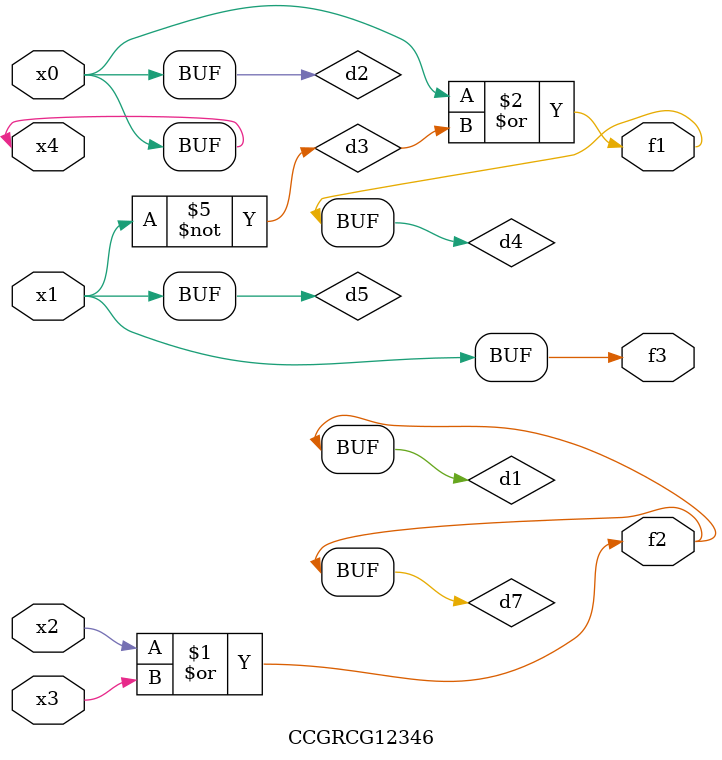
<source format=v>
module CCGRCG12346(
	input x0, x1, x2, x3, x4,
	output f1, f2, f3
);

	wire d1, d2, d3, d4, d5, d6, d7;

	or (d1, x2, x3);
	buf (d2, x0, x4);
	not (d3, x1);
	or (d4, d2, d3);
	not (d5, d3);
	nand (d6, d1, d3);
	or (d7, d1);
	assign f1 = d4;
	assign f2 = d7;
	assign f3 = d5;
endmodule

</source>
